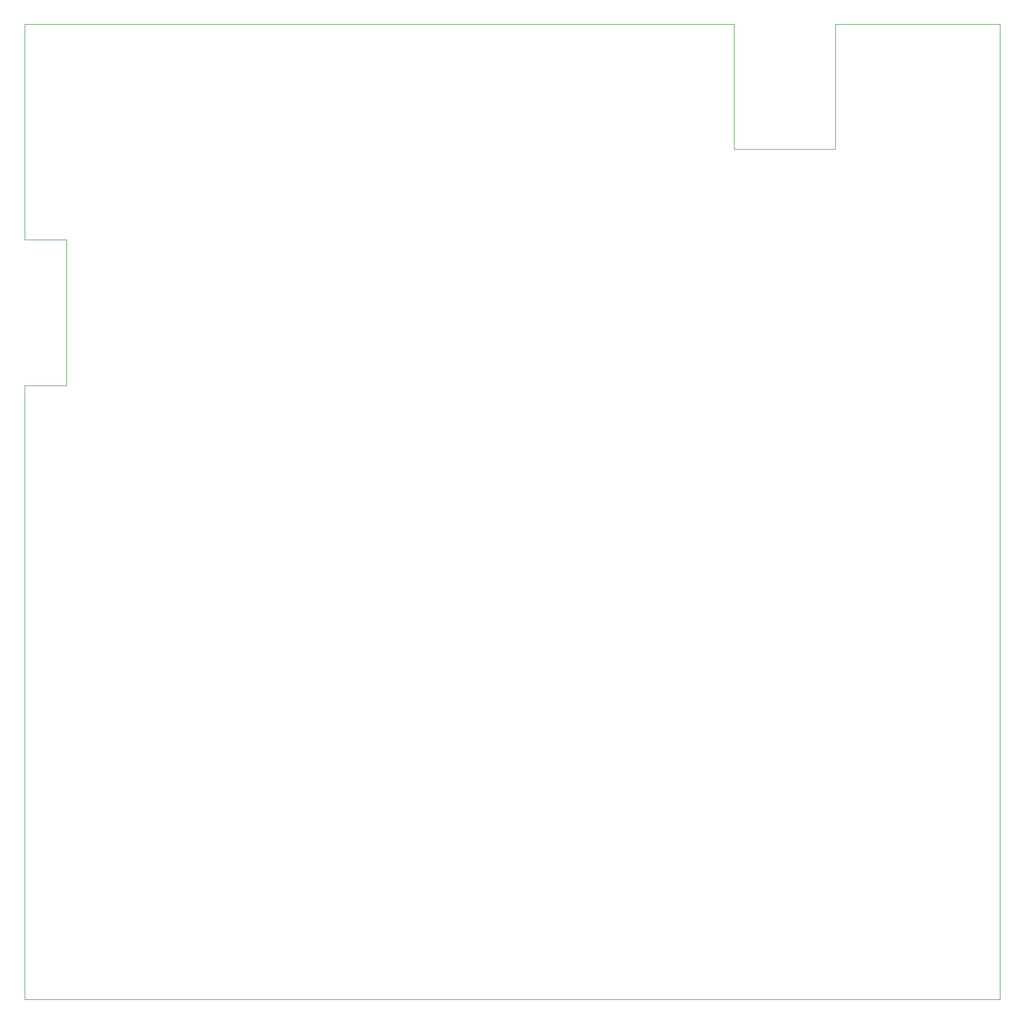
<source format=gbr>
G04 #@! TF.GenerationSoftware,KiCad,Pcbnew,(5.1.5)-3*
G04 #@! TF.CreationDate,2020-10-04T17:53:19+01:00*
G04 #@! TF.ProjectId,DC Controller STM32 v2,44432043-6f6e-4747-926f-6c6c65722053,rev?*
G04 #@! TF.SameCoordinates,Original*
G04 #@! TF.FileFunction,Profile,NP*
%FSLAX46Y46*%
G04 Gerber Fmt 4.6, Leading zero omitted, Abs format (unit mm)*
G04 Created by KiCad (PCBNEW (5.1.5)-3) date 2020-10-04 17:53:19*
%MOMM*%
%LPD*%
G04 APERTURE LIST*
%ADD10C,0.050000*%
G04 APERTURE END LIST*
D10*
X112000000Y134300000D02*
X128000000Y134300000D01*
X128000000Y154000000D02*
X128000000Y134300000D01*
X112000000Y154000000D02*
X112000000Y134300000D01*
X128000000Y154000000D02*
X154000000Y154000000D01*
X0Y97000000D02*
X6600000Y97000000D01*
X6600000Y97000000D02*
X6600000Y120000000D01*
X6600000Y120000000D02*
X0Y120000000D01*
X0Y120000000D02*
X0Y154000000D01*
X154000000Y154000000D02*
X154000000Y0D01*
X0Y154000000D02*
X112000000Y154000000D01*
X0Y0D02*
X0Y97000000D01*
X154000000Y0D02*
X0Y0D01*
M02*

</source>
